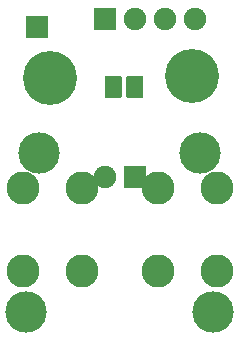
<source format=gbs>
G04 (created by PCBNEW (2013-07-07 BZR 4022)-stable) date 27/01/2015 12:48:55*
%MOIN*%
G04 Gerber Fmt 3.4, Leading zero omitted, Abs format*
%FSLAX34Y34*%
G01*
G70*
G90*
G04 APERTURE LIST*
%ADD10C,0.00590551*%
%ADD11C,0.18*%
%ADD12C,0.1381*%
%ADD13R,0.075X0.075*%
%ADD14C,0.075*%
%ADD15R,0.055X0.075*%
%ADD16R,0.045X0.065*%
%ADD17C,0.11*%
G04 APERTURE END LIST*
G54D10*
G54D11*
X38928Y-25707D03*
X43650Y-25650D03*
G54D12*
X44360Y-33507D03*
X38140Y-33507D03*
X43927Y-28193D03*
X38573Y-28193D03*
G54D13*
X40750Y-23750D03*
G54D14*
X41750Y-23750D03*
X42750Y-23750D03*
X43750Y-23750D03*
G54D13*
X38500Y-24000D03*
X41750Y-29000D03*
G54D14*
X40750Y-29000D03*
G54D15*
X41775Y-26000D03*
X41025Y-26000D03*
G54D16*
X41700Y-26000D03*
X41100Y-26000D03*
G54D17*
X38015Y-32130D03*
X38015Y-29370D03*
X39985Y-29370D03*
X39985Y-32130D03*
X42515Y-32130D03*
X42515Y-29370D03*
X44485Y-29370D03*
X44485Y-32130D03*
M02*

</source>
